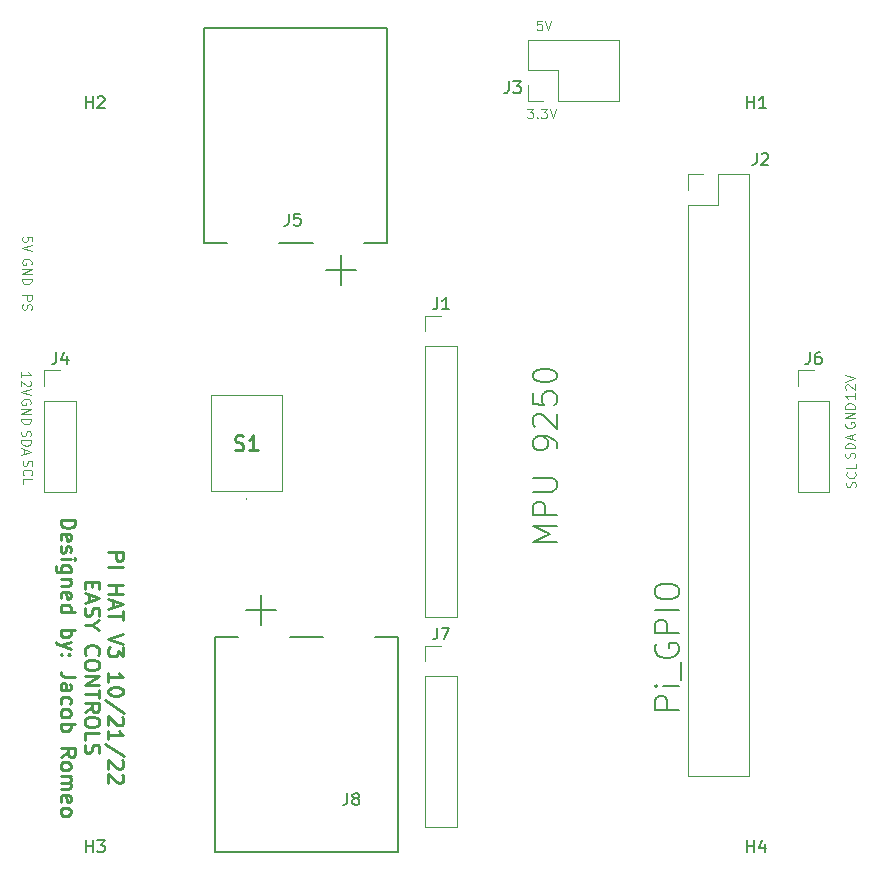
<source format=gbr>
%TF.GenerationSoftware,KiCad,Pcbnew,7.0.2-0*%
%TF.CreationDate,2024-02-06T22:41:15-05:00*%
%TF.ProjectId,Pi_HAT_V4,50695f48-4154-45f5-9634-2e6b69636164,rev?*%
%TF.SameCoordinates,Original*%
%TF.FileFunction,Legend,Top*%
%TF.FilePolarity,Positive*%
%FSLAX46Y46*%
G04 Gerber Fmt 4.6, Leading zero omitted, Abs format (unit mm)*
G04 Created by KiCad (PCBNEW 7.0.2-0) date 2024-02-06 22:41:15*
%MOMM*%
%LPD*%
G01*
G04 APERTURE LIST*
%ADD10C,0.150000*%
%ADD11C,0.100000*%
%ADD12C,0.250000*%
%ADD13C,0.254000*%
%ADD14C,0.120000*%
%ADD15C,0.127000*%
G04 APERTURE END LIST*
D10*
X138590238Y-109206314D02*
X136590238Y-109206314D01*
X136590238Y-109206314D02*
X138018809Y-108539647D01*
X138018809Y-108539647D02*
X136590238Y-107872981D01*
X136590238Y-107872981D02*
X138590238Y-107872981D01*
X138590238Y-106920600D02*
X136590238Y-106920600D01*
X136590238Y-106920600D02*
X136590238Y-106158695D01*
X136590238Y-106158695D02*
X136685476Y-105968219D01*
X136685476Y-105968219D02*
X136780714Y-105872981D01*
X136780714Y-105872981D02*
X136971190Y-105777743D01*
X136971190Y-105777743D02*
X137256904Y-105777743D01*
X137256904Y-105777743D02*
X137447380Y-105872981D01*
X137447380Y-105872981D02*
X137542619Y-105968219D01*
X137542619Y-105968219D02*
X137637857Y-106158695D01*
X137637857Y-106158695D02*
X137637857Y-106920600D01*
X136590238Y-104920600D02*
X138209285Y-104920600D01*
X138209285Y-104920600D02*
X138399761Y-104825362D01*
X138399761Y-104825362D02*
X138495000Y-104730124D01*
X138495000Y-104730124D02*
X138590238Y-104539648D01*
X138590238Y-104539648D02*
X138590238Y-104158695D01*
X138590238Y-104158695D02*
X138495000Y-103968219D01*
X138495000Y-103968219D02*
X138399761Y-103872981D01*
X138399761Y-103872981D02*
X138209285Y-103777743D01*
X138209285Y-103777743D02*
X136590238Y-103777743D01*
X138590238Y-101206314D02*
X138590238Y-100825362D01*
X138590238Y-100825362D02*
X138495000Y-100634885D01*
X138495000Y-100634885D02*
X138399761Y-100539647D01*
X138399761Y-100539647D02*
X138114047Y-100349171D01*
X138114047Y-100349171D02*
X137733095Y-100253933D01*
X137733095Y-100253933D02*
X136971190Y-100253933D01*
X136971190Y-100253933D02*
X136780714Y-100349171D01*
X136780714Y-100349171D02*
X136685476Y-100444409D01*
X136685476Y-100444409D02*
X136590238Y-100634885D01*
X136590238Y-100634885D02*
X136590238Y-101015838D01*
X136590238Y-101015838D02*
X136685476Y-101206314D01*
X136685476Y-101206314D02*
X136780714Y-101301552D01*
X136780714Y-101301552D02*
X136971190Y-101396790D01*
X136971190Y-101396790D02*
X137447380Y-101396790D01*
X137447380Y-101396790D02*
X137637857Y-101301552D01*
X137637857Y-101301552D02*
X137733095Y-101206314D01*
X137733095Y-101206314D02*
X137828333Y-101015838D01*
X137828333Y-101015838D02*
X137828333Y-100634885D01*
X137828333Y-100634885D02*
X137733095Y-100444409D01*
X137733095Y-100444409D02*
X137637857Y-100349171D01*
X137637857Y-100349171D02*
X137447380Y-100253933D01*
X136780714Y-99492028D02*
X136685476Y-99396790D01*
X136685476Y-99396790D02*
X136590238Y-99206314D01*
X136590238Y-99206314D02*
X136590238Y-98730123D01*
X136590238Y-98730123D02*
X136685476Y-98539647D01*
X136685476Y-98539647D02*
X136780714Y-98444409D01*
X136780714Y-98444409D02*
X136971190Y-98349171D01*
X136971190Y-98349171D02*
X137161666Y-98349171D01*
X137161666Y-98349171D02*
X137447380Y-98444409D01*
X137447380Y-98444409D02*
X138590238Y-99587266D01*
X138590238Y-99587266D02*
X138590238Y-98349171D01*
X136590238Y-96539647D02*
X136590238Y-97492028D01*
X136590238Y-97492028D02*
X137542619Y-97587266D01*
X137542619Y-97587266D02*
X137447380Y-97492028D01*
X137447380Y-97492028D02*
X137352142Y-97301552D01*
X137352142Y-97301552D02*
X137352142Y-96825361D01*
X137352142Y-96825361D02*
X137447380Y-96634885D01*
X137447380Y-96634885D02*
X137542619Y-96539647D01*
X137542619Y-96539647D02*
X137733095Y-96444409D01*
X137733095Y-96444409D02*
X138209285Y-96444409D01*
X138209285Y-96444409D02*
X138399761Y-96539647D01*
X138399761Y-96539647D02*
X138495000Y-96634885D01*
X138495000Y-96634885D02*
X138590238Y-96825361D01*
X138590238Y-96825361D02*
X138590238Y-97301552D01*
X138590238Y-97301552D02*
X138495000Y-97492028D01*
X138495000Y-97492028D02*
X138399761Y-97587266D01*
X136590238Y-95206314D02*
X136590238Y-95015837D01*
X136590238Y-95015837D02*
X136685476Y-94825361D01*
X136685476Y-94825361D02*
X136780714Y-94730123D01*
X136780714Y-94730123D02*
X136971190Y-94634885D01*
X136971190Y-94634885D02*
X137352142Y-94539647D01*
X137352142Y-94539647D02*
X137828333Y-94539647D01*
X137828333Y-94539647D02*
X138209285Y-94634885D01*
X138209285Y-94634885D02*
X138399761Y-94730123D01*
X138399761Y-94730123D02*
X138495000Y-94825361D01*
X138495000Y-94825361D02*
X138590238Y-95015837D01*
X138590238Y-95015837D02*
X138590238Y-95206314D01*
X138590238Y-95206314D02*
X138495000Y-95396790D01*
X138495000Y-95396790D02*
X138399761Y-95492028D01*
X138399761Y-95492028D02*
X138209285Y-95587266D01*
X138209285Y-95587266D02*
X137828333Y-95682504D01*
X137828333Y-95682504D02*
X137352142Y-95682504D01*
X137352142Y-95682504D02*
X136971190Y-95587266D01*
X136971190Y-95587266D02*
X136780714Y-95492028D01*
X136780714Y-95492028D02*
X136685476Y-95396790D01*
X136685476Y-95396790D02*
X136590238Y-95206314D01*
D11*
X136119047Y-72520095D02*
X136614285Y-72520095D01*
X136614285Y-72520095D02*
X136347619Y-72824857D01*
X136347619Y-72824857D02*
X136461904Y-72824857D01*
X136461904Y-72824857D02*
X136538095Y-72862952D01*
X136538095Y-72862952D02*
X136576190Y-72901047D01*
X136576190Y-72901047D02*
X136614285Y-72977238D01*
X136614285Y-72977238D02*
X136614285Y-73167714D01*
X136614285Y-73167714D02*
X136576190Y-73243904D01*
X136576190Y-73243904D02*
X136538095Y-73282000D01*
X136538095Y-73282000D02*
X136461904Y-73320095D01*
X136461904Y-73320095D02*
X136233333Y-73320095D01*
X136233333Y-73320095D02*
X136157142Y-73282000D01*
X136157142Y-73282000D02*
X136119047Y-73243904D01*
X136957143Y-73243904D02*
X136995238Y-73282000D01*
X136995238Y-73282000D02*
X136957143Y-73320095D01*
X136957143Y-73320095D02*
X136919047Y-73282000D01*
X136919047Y-73282000D02*
X136957143Y-73243904D01*
X136957143Y-73243904D02*
X136957143Y-73320095D01*
X137261904Y-72520095D02*
X137757142Y-72520095D01*
X137757142Y-72520095D02*
X137490476Y-72824857D01*
X137490476Y-72824857D02*
X137604761Y-72824857D01*
X137604761Y-72824857D02*
X137680952Y-72862952D01*
X137680952Y-72862952D02*
X137719047Y-72901047D01*
X137719047Y-72901047D02*
X137757142Y-72977238D01*
X137757142Y-72977238D02*
X137757142Y-73167714D01*
X137757142Y-73167714D02*
X137719047Y-73243904D01*
X137719047Y-73243904D02*
X137680952Y-73282000D01*
X137680952Y-73282000D02*
X137604761Y-73320095D01*
X137604761Y-73320095D02*
X137376190Y-73320095D01*
X137376190Y-73320095D02*
X137299999Y-73282000D01*
X137299999Y-73282000D02*
X137261904Y-73243904D01*
X137985714Y-72520095D02*
X138252381Y-73320095D01*
X138252381Y-73320095D02*
X138519047Y-72520095D01*
X137347619Y-65070095D02*
X136966667Y-65070095D01*
X136966667Y-65070095D02*
X136928571Y-65451047D01*
X136928571Y-65451047D02*
X136966667Y-65412952D01*
X136966667Y-65412952D02*
X137042857Y-65374857D01*
X137042857Y-65374857D02*
X137233333Y-65374857D01*
X137233333Y-65374857D02*
X137309524Y-65412952D01*
X137309524Y-65412952D02*
X137347619Y-65451047D01*
X137347619Y-65451047D02*
X137385714Y-65527238D01*
X137385714Y-65527238D02*
X137385714Y-65717714D01*
X137385714Y-65717714D02*
X137347619Y-65793904D01*
X137347619Y-65793904D02*
X137309524Y-65832000D01*
X137309524Y-65832000D02*
X137233333Y-65870095D01*
X137233333Y-65870095D02*
X137042857Y-65870095D01*
X137042857Y-65870095D02*
X136966667Y-65832000D01*
X136966667Y-65832000D02*
X136928571Y-65793904D01*
X137614286Y-65070095D02*
X137880953Y-65870095D01*
X137880953Y-65870095D02*
X138147619Y-65070095D01*
X163882000Y-104552381D02*
X163920095Y-104438095D01*
X163920095Y-104438095D02*
X163920095Y-104247619D01*
X163920095Y-104247619D02*
X163882000Y-104171428D01*
X163882000Y-104171428D02*
X163843904Y-104133333D01*
X163843904Y-104133333D02*
X163767714Y-104095238D01*
X163767714Y-104095238D02*
X163691523Y-104095238D01*
X163691523Y-104095238D02*
X163615333Y-104133333D01*
X163615333Y-104133333D02*
X163577238Y-104171428D01*
X163577238Y-104171428D02*
X163539142Y-104247619D01*
X163539142Y-104247619D02*
X163501047Y-104400000D01*
X163501047Y-104400000D02*
X163462952Y-104476190D01*
X163462952Y-104476190D02*
X163424857Y-104514285D01*
X163424857Y-104514285D02*
X163348666Y-104552381D01*
X163348666Y-104552381D02*
X163272476Y-104552381D01*
X163272476Y-104552381D02*
X163196285Y-104514285D01*
X163196285Y-104514285D02*
X163158190Y-104476190D01*
X163158190Y-104476190D02*
X163120095Y-104400000D01*
X163120095Y-104400000D02*
X163120095Y-104209523D01*
X163120095Y-104209523D02*
X163158190Y-104095238D01*
X163843904Y-103295237D02*
X163882000Y-103333333D01*
X163882000Y-103333333D02*
X163920095Y-103447618D01*
X163920095Y-103447618D02*
X163920095Y-103523809D01*
X163920095Y-103523809D02*
X163882000Y-103638095D01*
X163882000Y-103638095D02*
X163805809Y-103714285D01*
X163805809Y-103714285D02*
X163729619Y-103752380D01*
X163729619Y-103752380D02*
X163577238Y-103790476D01*
X163577238Y-103790476D02*
X163462952Y-103790476D01*
X163462952Y-103790476D02*
X163310571Y-103752380D01*
X163310571Y-103752380D02*
X163234380Y-103714285D01*
X163234380Y-103714285D02*
X163158190Y-103638095D01*
X163158190Y-103638095D02*
X163120095Y-103523809D01*
X163120095Y-103523809D02*
X163120095Y-103447618D01*
X163120095Y-103447618D02*
X163158190Y-103333333D01*
X163158190Y-103333333D02*
X163196285Y-103295237D01*
X163920095Y-102571428D02*
X163920095Y-102952380D01*
X163920095Y-102952380D02*
X163120095Y-102952380D01*
X94041809Y-97540476D02*
X94079904Y-97464286D01*
X94079904Y-97464286D02*
X94079904Y-97350000D01*
X94079904Y-97350000D02*
X94041809Y-97235714D01*
X94041809Y-97235714D02*
X93965619Y-97159524D01*
X93965619Y-97159524D02*
X93889428Y-97121429D01*
X93889428Y-97121429D02*
X93737047Y-97083333D01*
X93737047Y-97083333D02*
X93622761Y-97083333D01*
X93622761Y-97083333D02*
X93470380Y-97121429D01*
X93470380Y-97121429D02*
X93394190Y-97159524D01*
X93394190Y-97159524D02*
X93318000Y-97235714D01*
X93318000Y-97235714D02*
X93279904Y-97350000D01*
X93279904Y-97350000D02*
X93279904Y-97426191D01*
X93279904Y-97426191D02*
X93318000Y-97540476D01*
X93318000Y-97540476D02*
X93356095Y-97578572D01*
X93356095Y-97578572D02*
X93622761Y-97578572D01*
X93622761Y-97578572D02*
X93622761Y-97426191D01*
X93279904Y-97921429D02*
X94079904Y-97921429D01*
X94079904Y-97921429D02*
X93279904Y-98378572D01*
X93279904Y-98378572D02*
X94079904Y-98378572D01*
X93279904Y-98759524D02*
X94079904Y-98759524D01*
X94079904Y-98759524D02*
X94079904Y-98950000D01*
X94079904Y-98950000D02*
X94041809Y-99064286D01*
X94041809Y-99064286D02*
X93965619Y-99140476D01*
X93965619Y-99140476D02*
X93889428Y-99178571D01*
X93889428Y-99178571D02*
X93737047Y-99216667D01*
X93737047Y-99216667D02*
X93622761Y-99216667D01*
X93622761Y-99216667D02*
X93470380Y-99178571D01*
X93470380Y-99178571D02*
X93394190Y-99140476D01*
X93394190Y-99140476D02*
X93318000Y-99064286D01*
X93318000Y-99064286D02*
X93279904Y-98950000D01*
X93279904Y-98950000D02*
X93279904Y-98759524D01*
X163782000Y-102071428D02*
X163820095Y-101957142D01*
X163820095Y-101957142D02*
X163820095Y-101766666D01*
X163820095Y-101766666D02*
X163782000Y-101690475D01*
X163782000Y-101690475D02*
X163743904Y-101652380D01*
X163743904Y-101652380D02*
X163667714Y-101614285D01*
X163667714Y-101614285D02*
X163591523Y-101614285D01*
X163591523Y-101614285D02*
X163515333Y-101652380D01*
X163515333Y-101652380D02*
X163477238Y-101690475D01*
X163477238Y-101690475D02*
X163439142Y-101766666D01*
X163439142Y-101766666D02*
X163401047Y-101919047D01*
X163401047Y-101919047D02*
X163362952Y-101995237D01*
X163362952Y-101995237D02*
X163324857Y-102033332D01*
X163324857Y-102033332D02*
X163248666Y-102071428D01*
X163248666Y-102071428D02*
X163172476Y-102071428D01*
X163172476Y-102071428D02*
X163096285Y-102033332D01*
X163096285Y-102033332D02*
X163058190Y-101995237D01*
X163058190Y-101995237D02*
X163020095Y-101919047D01*
X163020095Y-101919047D02*
X163020095Y-101728570D01*
X163020095Y-101728570D02*
X163058190Y-101614285D01*
X163820095Y-101271427D02*
X163020095Y-101271427D01*
X163020095Y-101271427D02*
X163020095Y-101080951D01*
X163020095Y-101080951D02*
X163058190Y-100966665D01*
X163058190Y-100966665D02*
X163134380Y-100890475D01*
X163134380Y-100890475D02*
X163210571Y-100852380D01*
X163210571Y-100852380D02*
X163362952Y-100814284D01*
X163362952Y-100814284D02*
X163477238Y-100814284D01*
X163477238Y-100814284D02*
X163629619Y-100852380D01*
X163629619Y-100852380D02*
X163705809Y-100890475D01*
X163705809Y-100890475D02*
X163782000Y-100966665D01*
X163782000Y-100966665D02*
X163820095Y-101080951D01*
X163820095Y-101080951D02*
X163820095Y-101271427D01*
X163591523Y-100509523D02*
X163591523Y-100128570D01*
X163820095Y-100585713D02*
X163020095Y-100319046D01*
X163020095Y-100319046D02*
X163820095Y-100052380D01*
X93329904Y-88309524D02*
X94129904Y-88309524D01*
X94129904Y-88309524D02*
X94129904Y-88614286D01*
X94129904Y-88614286D02*
X94091809Y-88690476D01*
X94091809Y-88690476D02*
X94053714Y-88728571D01*
X94053714Y-88728571D02*
X93977523Y-88766667D01*
X93977523Y-88766667D02*
X93863238Y-88766667D01*
X93863238Y-88766667D02*
X93787047Y-88728571D01*
X93787047Y-88728571D02*
X93748952Y-88690476D01*
X93748952Y-88690476D02*
X93710857Y-88614286D01*
X93710857Y-88614286D02*
X93710857Y-88309524D01*
X93368000Y-89071428D02*
X93329904Y-89185714D01*
X93329904Y-89185714D02*
X93329904Y-89376190D01*
X93329904Y-89376190D02*
X93368000Y-89452381D01*
X93368000Y-89452381D02*
X93406095Y-89490476D01*
X93406095Y-89490476D02*
X93482285Y-89528571D01*
X93482285Y-89528571D02*
X93558476Y-89528571D01*
X93558476Y-89528571D02*
X93634666Y-89490476D01*
X93634666Y-89490476D02*
X93672761Y-89452381D01*
X93672761Y-89452381D02*
X93710857Y-89376190D01*
X93710857Y-89376190D02*
X93748952Y-89223809D01*
X93748952Y-89223809D02*
X93787047Y-89147619D01*
X93787047Y-89147619D02*
X93825142Y-89109524D01*
X93825142Y-89109524D02*
X93901333Y-89071428D01*
X93901333Y-89071428D02*
X93977523Y-89071428D01*
X93977523Y-89071428D02*
X94053714Y-89109524D01*
X94053714Y-89109524D02*
X94091809Y-89147619D01*
X94091809Y-89147619D02*
X94129904Y-89223809D01*
X94129904Y-89223809D02*
X94129904Y-89414286D01*
X94129904Y-89414286D02*
X94091809Y-89528571D01*
X94091809Y-85690476D02*
X94129904Y-85614286D01*
X94129904Y-85614286D02*
X94129904Y-85500000D01*
X94129904Y-85500000D02*
X94091809Y-85385714D01*
X94091809Y-85385714D02*
X94015619Y-85309524D01*
X94015619Y-85309524D02*
X93939428Y-85271429D01*
X93939428Y-85271429D02*
X93787047Y-85233333D01*
X93787047Y-85233333D02*
X93672761Y-85233333D01*
X93672761Y-85233333D02*
X93520380Y-85271429D01*
X93520380Y-85271429D02*
X93444190Y-85309524D01*
X93444190Y-85309524D02*
X93368000Y-85385714D01*
X93368000Y-85385714D02*
X93329904Y-85500000D01*
X93329904Y-85500000D02*
X93329904Y-85576191D01*
X93329904Y-85576191D02*
X93368000Y-85690476D01*
X93368000Y-85690476D02*
X93406095Y-85728572D01*
X93406095Y-85728572D02*
X93672761Y-85728572D01*
X93672761Y-85728572D02*
X93672761Y-85576191D01*
X93329904Y-86071429D02*
X94129904Y-86071429D01*
X94129904Y-86071429D02*
X93329904Y-86528572D01*
X93329904Y-86528572D02*
X94129904Y-86528572D01*
X93329904Y-86909524D02*
X94129904Y-86909524D01*
X94129904Y-86909524D02*
X94129904Y-87100000D01*
X94129904Y-87100000D02*
X94091809Y-87214286D01*
X94091809Y-87214286D02*
X94015619Y-87290476D01*
X94015619Y-87290476D02*
X93939428Y-87328571D01*
X93939428Y-87328571D02*
X93787047Y-87366667D01*
X93787047Y-87366667D02*
X93672761Y-87366667D01*
X93672761Y-87366667D02*
X93520380Y-87328571D01*
X93520380Y-87328571D02*
X93444190Y-87290476D01*
X93444190Y-87290476D02*
X93368000Y-87214286D01*
X93368000Y-87214286D02*
X93329904Y-87100000D01*
X93329904Y-87100000D02*
X93329904Y-86909524D01*
X93279904Y-95254761D02*
X93279904Y-94797618D01*
X93279904Y-95026190D02*
X94079904Y-95026190D01*
X94079904Y-95026190D02*
X93965619Y-94949999D01*
X93965619Y-94949999D02*
X93889428Y-94873809D01*
X93889428Y-94873809D02*
X93851333Y-94797618D01*
X94003714Y-95559523D02*
X94041809Y-95597619D01*
X94041809Y-95597619D02*
X94079904Y-95673809D01*
X94079904Y-95673809D02*
X94079904Y-95864285D01*
X94079904Y-95864285D02*
X94041809Y-95940476D01*
X94041809Y-95940476D02*
X94003714Y-95978571D01*
X94003714Y-95978571D02*
X93927523Y-96016666D01*
X93927523Y-96016666D02*
X93851333Y-96016666D01*
X93851333Y-96016666D02*
X93737047Y-95978571D01*
X93737047Y-95978571D02*
X93279904Y-95521428D01*
X93279904Y-95521428D02*
X93279904Y-96016666D01*
X94079904Y-96245238D02*
X93279904Y-96511905D01*
X93279904Y-96511905D02*
X94079904Y-96778571D01*
X93318000Y-99778571D02*
X93279904Y-99892857D01*
X93279904Y-99892857D02*
X93279904Y-100083333D01*
X93279904Y-100083333D02*
X93318000Y-100159524D01*
X93318000Y-100159524D02*
X93356095Y-100197619D01*
X93356095Y-100197619D02*
X93432285Y-100235714D01*
X93432285Y-100235714D02*
X93508476Y-100235714D01*
X93508476Y-100235714D02*
X93584666Y-100197619D01*
X93584666Y-100197619D02*
X93622761Y-100159524D01*
X93622761Y-100159524D02*
X93660857Y-100083333D01*
X93660857Y-100083333D02*
X93698952Y-99930952D01*
X93698952Y-99930952D02*
X93737047Y-99854762D01*
X93737047Y-99854762D02*
X93775142Y-99816667D01*
X93775142Y-99816667D02*
X93851333Y-99778571D01*
X93851333Y-99778571D02*
X93927523Y-99778571D01*
X93927523Y-99778571D02*
X94003714Y-99816667D01*
X94003714Y-99816667D02*
X94041809Y-99854762D01*
X94041809Y-99854762D02*
X94079904Y-99930952D01*
X94079904Y-99930952D02*
X94079904Y-100121429D01*
X94079904Y-100121429D02*
X94041809Y-100235714D01*
X93279904Y-100578572D02*
X94079904Y-100578572D01*
X94079904Y-100578572D02*
X94079904Y-100769048D01*
X94079904Y-100769048D02*
X94041809Y-100883334D01*
X94041809Y-100883334D02*
X93965619Y-100959524D01*
X93965619Y-100959524D02*
X93889428Y-100997619D01*
X93889428Y-100997619D02*
X93737047Y-101035715D01*
X93737047Y-101035715D02*
X93622761Y-101035715D01*
X93622761Y-101035715D02*
X93470380Y-100997619D01*
X93470380Y-100997619D02*
X93394190Y-100959524D01*
X93394190Y-100959524D02*
X93318000Y-100883334D01*
X93318000Y-100883334D02*
X93279904Y-100769048D01*
X93279904Y-100769048D02*
X93279904Y-100578572D01*
X93508476Y-101340476D02*
X93508476Y-101721429D01*
X93279904Y-101264286D02*
X94079904Y-101530953D01*
X94079904Y-101530953D02*
X93279904Y-101797619D01*
X94129904Y-83747619D02*
X94129904Y-83366667D01*
X94129904Y-83366667D02*
X93748952Y-83328571D01*
X93748952Y-83328571D02*
X93787047Y-83366667D01*
X93787047Y-83366667D02*
X93825142Y-83442857D01*
X93825142Y-83442857D02*
X93825142Y-83633333D01*
X93825142Y-83633333D02*
X93787047Y-83709524D01*
X93787047Y-83709524D02*
X93748952Y-83747619D01*
X93748952Y-83747619D02*
X93672761Y-83785714D01*
X93672761Y-83785714D02*
X93482285Y-83785714D01*
X93482285Y-83785714D02*
X93406095Y-83747619D01*
X93406095Y-83747619D02*
X93368000Y-83709524D01*
X93368000Y-83709524D02*
X93329904Y-83633333D01*
X93329904Y-83633333D02*
X93329904Y-83442857D01*
X93329904Y-83442857D02*
X93368000Y-83366667D01*
X93368000Y-83366667D02*
X93406095Y-83328571D01*
X94129904Y-84014286D02*
X93329904Y-84280953D01*
X93329904Y-84280953D02*
X94129904Y-84547619D01*
X93418000Y-102297618D02*
X93379904Y-102411904D01*
X93379904Y-102411904D02*
X93379904Y-102602380D01*
X93379904Y-102602380D02*
X93418000Y-102678571D01*
X93418000Y-102678571D02*
X93456095Y-102716666D01*
X93456095Y-102716666D02*
X93532285Y-102754761D01*
X93532285Y-102754761D02*
X93608476Y-102754761D01*
X93608476Y-102754761D02*
X93684666Y-102716666D01*
X93684666Y-102716666D02*
X93722761Y-102678571D01*
X93722761Y-102678571D02*
X93760857Y-102602380D01*
X93760857Y-102602380D02*
X93798952Y-102449999D01*
X93798952Y-102449999D02*
X93837047Y-102373809D01*
X93837047Y-102373809D02*
X93875142Y-102335714D01*
X93875142Y-102335714D02*
X93951333Y-102297618D01*
X93951333Y-102297618D02*
X94027523Y-102297618D01*
X94027523Y-102297618D02*
X94103714Y-102335714D01*
X94103714Y-102335714D02*
X94141809Y-102373809D01*
X94141809Y-102373809D02*
X94179904Y-102449999D01*
X94179904Y-102449999D02*
X94179904Y-102640476D01*
X94179904Y-102640476D02*
X94141809Y-102754761D01*
X93456095Y-103554762D02*
X93418000Y-103516666D01*
X93418000Y-103516666D02*
X93379904Y-103402381D01*
X93379904Y-103402381D02*
X93379904Y-103326190D01*
X93379904Y-103326190D02*
X93418000Y-103211904D01*
X93418000Y-103211904D02*
X93494190Y-103135714D01*
X93494190Y-103135714D02*
X93570380Y-103097619D01*
X93570380Y-103097619D02*
X93722761Y-103059523D01*
X93722761Y-103059523D02*
X93837047Y-103059523D01*
X93837047Y-103059523D02*
X93989428Y-103097619D01*
X93989428Y-103097619D02*
X94065619Y-103135714D01*
X94065619Y-103135714D02*
X94141809Y-103211904D01*
X94141809Y-103211904D02*
X94179904Y-103326190D01*
X94179904Y-103326190D02*
X94179904Y-103402381D01*
X94179904Y-103402381D02*
X94141809Y-103516666D01*
X94141809Y-103516666D02*
X94103714Y-103554762D01*
X93379904Y-104278571D02*
X93379904Y-103897619D01*
X93379904Y-103897619D02*
X94179904Y-103897619D01*
X163058190Y-99109523D02*
X163020095Y-99185713D01*
X163020095Y-99185713D02*
X163020095Y-99299999D01*
X163020095Y-99299999D02*
X163058190Y-99414285D01*
X163058190Y-99414285D02*
X163134380Y-99490475D01*
X163134380Y-99490475D02*
X163210571Y-99528570D01*
X163210571Y-99528570D02*
X163362952Y-99566666D01*
X163362952Y-99566666D02*
X163477238Y-99566666D01*
X163477238Y-99566666D02*
X163629619Y-99528570D01*
X163629619Y-99528570D02*
X163705809Y-99490475D01*
X163705809Y-99490475D02*
X163782000Y-99414285D01*
X163782000Y-99414285D02*
X163820095Y-99299999D01*
X163820095Y-99299999D02*
X163820095Y-99223808D01*
X163820095Y-99223808D02*
X163782000Y-99109523D01*
X163782000Y-99109523D02*
X163743904Y-99071427D01*
X163743904Y-99071427D02*
X163477238Y-99071427D01*
X163477238Y-99071427D02*
X163477238Y-99223808D01*
X163820095Y-98728570D02*
X163020095Y-98728570D01*
X163020095Y-98728570D02*
X163820095Y-98271427D01*
X163820095Y-98271427D02*
X163020095Y-98271427D01*
X163820095Y-97890475D02*
X163020095Y-97890475D01*
X163020095Y-97890475D02*
X163020095Y-97699999D01*
X163020095Y-97699999D02*
X163058190Y-97585713D01*
X163058190Y-97585713D02*
X163134380Y-97509523D01*
X163134380Y-97509523D02*
X163210571Y-97471428D01*
X163210571Y-97471428D02*
X163362952Y-97433332D01*
X163362952Y-97433332D02*
X163477238Y-97433332D01*
X163477238Y-97433332D02*
X163629619Y-97471428D01*
X163629619Y-97471428D02*
X163705809Y-97509523D01*
X163705809Y-97509523D02*
X163782000Y-97585713D01*
X163782000Y-97585713D02*
X163820095Y-97699999D01*
X163820095Y-97699999D02*
X163820095Y-97890475D01*
X163820095Y-96595238D02*
X163820095Y-97052381D01*
X163820095Y-96823809D02*
X163020095Y-96823809D01*
X163020095Y-96823809D02*
X163134380Y-96900000D01*
X163134380Y-96900000D02*
X163210571Y-96976190D01*
X163210571Y-96976190D02*
X163248666Y-97052381D01*
X163096285Y-96290476D02*
X163058190Y-96252380D01*
X163058190Y-96252380D02*
X163020095Y-96176190D01*
X163020095Y-96176190D02*
X163020095Y-95985714D01*
X163020095Y-95985714D02*
X163058190Y-95909523D01*
X163058190Y-95909523D02*
X163096285Y-95871428D01*
X163096285Y-95871428D02*
X163172476Y-95833333D01*
X163172476Y-95833333D02*
X163248666Y-95833333D01*
X163248666Y-95833333D02*
X163362952Y-95871428D01*
X163362952Y-95871428D02*
X163820095Y-96328571D01*
X163820095Y-96328571D02*
X163820095Y-95833333D01*
X163020095Y-95604761D02*
X163820095Y-95338094D01*
X163820095Y-95338094D02*
X163020095Y-95071428D01*
D12*
X100646726Y-110067857D02*
X101896726Y-110067857D01*
X101896726Y-110067857D02*
X101896726Y-110544047D01*
X101896726Y-110544047D02*
X101837202Y-110663095D01*
X101837202Y-110663095D02*
X101777678Y-110722618D01*
X101777678Y-110722618D02*
X101658630Y-110782142D01*
X101658630Y-110782142D02*
X101480059Y-110782142D01*
X101480059Y-110782142D02*
X101361011Y-110722618D01*
X101361011Y-110722618D02*
X101301488Y-110663095D01*
X101301488Y-110663095D02*
X101241964Y-110544047D01*
X101241964Y-110544047D02*
X101241964Y-110067857D01*
X100646726Y-111317857D02*
X101896726Y-111317857D01*
X100646726Y-112865476D02*
X101896726Y-112865476D01*
X101301488Y-112865476D02*
X101301488Y-113579761D01*
X100646726Y-113579761D02*
X101896726Y-113579761D01*
X101003869Y-114115476D02*
X101003869Y-114710714D01*
X100646726Y-113996428D02*
X101896726Y-114413095D01*
X101896726Y-114413095D02*
X100646726Y-114829761D01*
X101896726Y-115067857D02*
X101896726Y-115782143D01*
X100646726Y-115425000D02*
X101896726Y-115425000D01*
X101896726Y-116972619D02*
X100646726Y-117389286D01*
X100646726Y-117389286D02*
X101896726Y-117805952D01*
X101896726Y-118103572D02*
X101896726Y-118877381D01*
X101896726Y-118877381D02*
X101420535Y-118460715D01*
X101420535Y-118460715D02*
X101420535Y-118639286D01*
X101420535Y-118639286D02*
X101361011Y-118758334D01*
X101361011Y-118758334D02*
X101301488Y-118817858D01*
X101301488Y-118817858D02*
X101182440Y-118877381D01*
X101182440Y-118877381D02*
X100884821Y-118877381D01*
X100884821Y-118877381D02*
X100765773Y-118817858D01*
X100765773Y-118817858D02*
X100706250Y-118758334D01*
X100706250Y-118758334D02*
X100646726Y-118639286D01*
X100646726Y-118639286D02*
X100646726Y-118282143D01*
X100646726Y-118282143D02*
X100706250Y-118163096D01*
X100706250Y-118163096D02*
X100765773Y-118103572D01*
X100646726Y-121020238D02*
X100646726Y-120305953D01*
X100646726Y-120663096D02*
X101896726Y-120663096D01*
X101896726Y-120663096D02*
X101718154Y-120544048D01*
X101718154Y-120544048D02*
X101599107Y-120425000D01*
X101599107Y-120425000D02*
X101539583Y-120305953D01*
X101896726Y-121794048D02*
X101896726Y-121913095D01*
X101896726Y-121913095D02*
X101837202Y-122032143D01*
X101837202Y-122032143D02*
X101777678Y-122091667D01*
X101777678Y-122091667D02*
X101658630Y-122151191D01*
X101658630Y-122151191D02*
X101420535Y-122210714D01*
X101420535Y-122210714D02*
X101122916Y-122210714D01*
X101122916Y-122210714D02*
X100884821Y-122151191D01*
X100884821Y-122151191D02*
X100765773Y-122091667D01*
X100765773Y-122091667D02*
X100706250Y-122032143D01*
X100706250Y-122032143D02*
X100646726Y-121913095D01*
X100646726Y-121913095D02*
X100646726Y-121794048D01*
X100646726Y-121794048D02*
X100706250Y-121675000D01*
X100706250Y-121675000D02*
X100765773Y-121615476D01*
X100765773Y-121615476D02*
X100884821Y-121555953D01*
X100884821Y-121555953D02*
X101122916Y-121496429D01*
X101122916Y-121496429D02*
X101420535Y-121496429D01*
X101420535Y-121496429D02*
X101658630Y-121555953D01*
X101658630Y-121555953D02*
X101777678Y-121615476D01*
X101777678Y-121615476D02*
X101837202Y-121675000D01*
X101837202Y-121675000D02*
X101896726Y-121794048D01*
X101956250Y-123639286D02*
X100349107Y-122567857D01*
X101777678Y-123996429D02*
X101837202Y-124055953D01*
X101837202Y-124055953D02*
X101896726Y-124175000D01*
X101896726Y-124175000D02*
X101896726Y-124472619D01*
X101896726Y-124472619D02*
X101837202Y-124591667D01*
X101837202Y-124591667D02*
X101777678Y-124651191D01*
X101777678Y-124651191D02*
X101658630Y-124710714D01*
X101658630Y-124710714D02*
X101539583Y-124710714D01*
X101539583Y-124710714D02*
X101361011Y-124651191D01*
X101361011Y-124651191D02*
X100646726Y-123936905D01*
X100646726Y-123936905D02*
X100646726Y-124710714D01*
X100646726Y-125901190D02*
X100646726Y-125186905D01*
X100646726Y-125544048D02*
X101896726Y-125544048D01*
X101896726Y-125544048D02*
X101718154Y-125425000D01*
X101718154Y-125425000D02*
X101599107Y-125305952D01*
X101599107Y-125305952D02*
X101539583Y-125186905D01*
X101956250Y-127329762D02*
X100349107Y-126258333D01*
X101777678Y-127686905D02*
X101837202Y-127746429D01*
X101837202Y-127746429D02*
X101896726Y-127865476D01*
X101896726Y-127865476D02*
X101896726Y-128163095D01*
X101896726Y-128163095D02*
X101837202Y-128282143D01*
X101837202Y-128282143D02*
X101777678Y-128341667D01*
X101777678Y-128341667D02*
X101658630Y-128401190D01*
X101658630Y-128401190D02*
X101539583Y-128401190D01*
X101539583Y-128401190D02*
X101361011Y-128341667D01*
X101361011Y-128341667D02*
X100646726Y-127627381D01*
X100646726Y-127627381D02*
X100646726Y-128401190D01*
X101777678Y-128877381D02*
X101837202Y-128936905D01*
X101837202Y-128936905D02*
X101896726Y-129055952D01*
X101896726Y-129055952D02*
X101896726Y-129353571D01*
X101896726Y-129353571D02*
X101837202Y-129472619D01*
X101837202Y-129472619D02*
X101777678Y-129532143D01*
X101777678Y-129532143D02*
X101658630Y-129591666D01*
X101658630Y-129591666D02*
X101539583Y-129591666D01*
X101539583Y-129591666D02*
X101361011Y-129532143D01*
X101361011Y-129532143D02*
X100646726Y-128817857D01*
X100646726Y-128817857D02*
X100646726Y-129591666D01*
X99276488Y-112597619D02*
X99276488Y-113014285D01*
X98621726Y-113192857D02*
X98621726Y-112597619D01*
X98621726Y-112597619D02*
X99871726Y-112597619D01*
X99871726Y-112597619D02*
X99871726Y-113192857D01*
X98978869Y-113669047D02*
X98978869Y-114264285D01*
X98621726Y-113549999D02*
X99871726Y-113966666D01*
X99871726Y-113966666D02*
X98621726Y-114383332D01*
X98681250Y-114740476D02*
X98621726Y-114919047D01*
X98621726Y-114919047D02*
X98621726Y-115216666D01*
X98621726Y-115216666D02*
X98681250Y-115335714D01*
X98681250Y-115335714D02*
X98740773Y-115395238D01*
X98740773Y-115395238D02*
X98859821Y-115454761D01*
X98859821Y-115454761D02*
X98978869Y-115454761D01*
X98978869Y-115454761D02*
X99097916Y-115395238D01*
X99097916Y-115395238D02*
X99157440Y-115335714D01*
X99157440Y-115335714D02*
X99216964Y-115216666D01*
X99216964Y-115216666D02*
X99276488Y-114978571D01*
X99276488Y-114978571D02*
X99336011Y-114859523D01*
X99336011Y-114859523D02*
X99395535Y-114800000D01*
X99395535Y-114800000D02*
X99514583Y-114740476D01*
X99514583Y-114740476D02*
X99633630Y-114740476D01*
X99633630Y-114740476D02*
X99752678Y-114800000D01*
X99752678Y-114800000D02*
X99812202Y-114859523D01*
X99812202Y-114859523D02*
X99871726Y-114978571D01*
X99871726Y-114978571D02*
X99871726Y-115276190D01*
X99871726Y-115276190D02*
X99812202Y-115454761D01*
X99216964Y-116228571D02*
X98621726Y-116228571D01*
X99871726Y-115811904D02*
X99216964Y-116228571D01*
X99216964Y-116228571D02*
X99871726Y-116645237D01*
X98740773Y-118728571D02*
X98681250Y-118669047D01*
X98681250Y-118669047D02*
X98621726Y-118490476D01*
X98621726Y-118490476D02*
X98621726Y-118371428D01*
X98621726Y-118371428D02*
X98681250Y-118192857D01*
X98681250Y-118192857D02*
X98800297Y-118073809D01*
X98800297Y-118073809D02*
X98919345Y-118014286D01*
X98919345Y-118014286D02*
X99157440Y-117954762D01*
X99157440Y-117954762D02*
X99336011Y-117954762D01*
X99336011Y-117954762D02*
X99574107Y-118014286D01*
X99574107Y-118014286D02*
X99693154Y-118073809D01*
X99693154Y-118073809D02*
X99812202Y-118192857D01*
X99812202Y-118192857D02*
X99871726Y-118371428D01*
X99871726Y-118371428D02*
X99871726Y-118490476D01*
X99871726Y-118490476D02*
X99812202Y-118669047D01*
X99812202Y-118669047D02*
X99752678Y-118728571D01*
X99871726Y-119502381D02*
X99871726Y-119740476D01*
X99871726Y-119740476D02*
X99812202Y-119859524D01*
X99812202Y-119859524D02*
X99693154Y-119978571D01*
X99693154Y-119978571D02*
X99455059Y-120038095D01*
X99455059Y-120038095D02*
X99038392Y-120038095D01*
X99038392Y-120038095D02*
X98800297Y-119978571D01*
X98800297Y-119978571D02*
X98681250Y-119859524D01*
X98681250Y-119859524D02*
X98621726Y-119740476D01*
X98621726Y-119740476D02*
X98621726Y-119502381D01*
X98621726Y-119502381D02*
X98681250Y-119383333D01*
X98681250Y-119383333D02*
X98800297Y-119264286D01*
X98800297Y-119264286D02*
X99038392Y-119204762D01*
X99038392Y-119204762D02*
X99455059Y-119204762D01*
X99455059Y-119204762D02*
X99693154Y-119264286D01*
X99693154Y-119264286D02*
X99812202Y-119383333D01*
X99812202Y-119383333D02*
X99871726Y-119502381D01*
X98621726Y-120573810D02*
X99871726Y-120573810D01*
X99871726Y-120573810D02*
X98621726Y-121288095D01*
X98621726Y-121288095D02*
X99871726Y-121288095D01*
X99871726Y-121704762D02*
X99871726Y-122419048D01*
X98621726Y-122061905D02*
X99871726Y-122061905D01*
X98621726Y-123550000D02*
X99216964Y-123133334D01*
X98621726Y-122835715D02*
X99871726Y-122835715D01*
X99871726Y-122835715D02*
X99871726Y-123311905D01*
X99871726Y-123311905D02*
X99812202Y-123430953D01*
X99812202Y-123430953D02*
X99752678Y-123490476D01*
X99752678Y-123490476D02*
X99633630Y-123550000D01*
X99633630Y-123550000D02*
X99455059Y-123550000D01*
X99455059Y-123550000D02*
X99336011Y-123490476D01*
X99336011Y-123490476D02*
X99276488Y-123430953D01*
X99276488Y-123430953D02*
X99216964Y-123311905D01*
X99216964Y-123311905D02*
X99216964Y-122835715D01*
X99871726Y-124323810D02*
X99871726Y-124561905D01*
X99871726Y-124561905D02*
X99812202Y-124680953D01*
X99812202Y-124680953D02*
X99693154Y-124800000D01*
X99693154Y-124800000D02*
X99455059Y-124859524D01*
X99455059Y-124859524D02*
X99038392Y-124859524D01*
X99038392Y-124859524D02*
X98800297Y-124800000D01*
X98800297Y-124800000D02*
X98681250Y-124680953D01*
X98681250Y-124680953D02*
X98621726Y-124561905D01*
X98621726Y-124561905D02*
X98621726Y-124323810D01*
X98621726Y-124323810D02*
X98681250Y-124204762D01*
X98681250Y-124204762D02*
X98800297Y-124085715D01*
X98800297Y-124085715D02*
X99038392Y-124026191D01*
X99038392Y-124026191D02*
X99455059Y-124026191D01*
X99455059Y-124026191D02*
X99693154Y-124085715D01*
X99693154Y-124085715D02*
X99812202Y-124204762D01*
X99812202Y-124204762D02*
X99871726Y-124323810D01*
X98621726Y-125990477D02*
X98621726Y-125395239D01*
X98621726Y-125395239D02*
X99871726Y-125395239D01*
X98681250Y-126347620D02*
X98621726Y-126526191D01*
X98621726Y-126526191D02*
X98621726Y-126823810D01*
X98621726Y-126823810D02*
X98681250Y-126942858D01*
X98681250Y-126942858D02*
X98740773Y-127002382D01*
X98740773Y-127002382D02*
X98859821Y-127061905D01*
X98859821Y-127061905D02*
X98978869Y-127061905D01*
X98978869Y-127061905D02*
X99097916Y-127002382D01*
X99097916Y-127002382D02*
X99157440Y-126942858D01*
X99157440Y-126942858D02*
X99216964Y-126823810D01*
X99216964Y-126823810D02*
X99276488Y-126585715D01*
X99276488Y-126585715D02*
X99336011Y-126466667D01*
X99336011Y-126466667D02*
X99395535Y-126407144D01*
X99395535Y-126407144D02*
X99514583Y-126347620D01*
X99514583Y-126347620D02*
X99633630Y-126347620D01*
X99633630Y-126347620D02*
X99752678Y-126407144D01*
X99752678Y-126407144D02*
X99812202Y-126466667D01*
X99812202Y-126466667D02*
X99871726Y-126585715D01*
X99871726Y-126585715D02*
X99871726Y-126883334D01*
X99871726Y-126883334D02*
X99812202Y-127061905D01*
X96596726Y-107300001D02*
X97846726Y-107300001D01*
X97846726Y-107300001D02*
X97846726Y-107597620D01*
X97846726Y-107597620D02*
X97787202Y-107776191D01*
X97787202Y-107776191D02*
X97668154Y-107895239D01*
X97668154Y-107895239D02*
X97549107Y-107954762D01*
X97549107Y-107954762D02*
X97311011Y-108014286D01*
X97311011Y-108014286D02*
X97132440Y-108014286D01*
X97132440Y-108014286D02*
X96894345Y-107954762D01*
X96894345Y-107954762D02*
X96775297Y-107895239D01*
X96775297Y-107895239D02*
X96656250Y-107776191D01*
X96656250Y-107776191D02*
X96596726Y-107597620D01*
X96596726Y-107597620D02*
X96596726Y-107300001D01*
X96656250Y-109026191D02*
X96596726Y-108907143D01*
X96596726Y-108907143D02*
X96596726Y-108669048D01*
X96596726Y-108669048D02*
X96656250Y-108550001D01*
X96656250Y-108550001D02*
X96775297Y-108490477D01*
X96775297Y-108490477D02*
X97251488Y-108490477D01*
X97251488Y-108490477D02*
X97370535Y-108550001D01*
X97370535Y-108550001D02*
X97430059Y-108669048D01*
X97430059Y-108669048D02*
X97430059Y-108907143D01*
X97430059Y-108907143D02*
X97370535Y-109026191D01*
X97370535Y-109026191D02*
X97251488Y-109085715D01*
X97251488Y-109085715D02*
X97132440Y-109085715D01*
X97132440Y-109085715D02*
X97013392Y-108490477D01*
X96656250Y-109561906D02*
X96596726Y-109680953D01*
X96596726Y-109680953D02*
X96596726Y-109919049D01*
X96596726Y-109919049D02*
X96656250Y-110038096D01*
X96656250Y-110038096D02*
X96775297Y-110097620D01*
X96775297Y-110097620D02*
X96834821Y-110097620D01*
X96834821Y-110097620D02*
X96953869Y-110038096D01*
X96953869Y-110038096D02*
X97013392Y-109919049D01*
X97013392Y-109919049D02*
X97013392Y-109740477D01*
X97013392Y-109740477D02*
X97072916Y-109621430D01*
X97072916Y-109621430D02*
X97191964Y-109561906D01*
X97191964Y-109561906D02*
X97251488Y-109561906D01*
X97251488Y-109561906D02*
X97370535Y-109621430D01*
X97370535Y-109621430D02*
X97430059Y-109740477D01*
X97430059Y-109740477D02*
X97430059Y-109919049D01*
X97430059Y-109919049D02*
X97370535Y-110038096D01*
X96596726Y-110633335D02*
X97430059Y-110633335D01*
X97846726Y-110633335D02*
X97787202Y-110573811D01*
X97787202Y-110573811D02*
X97727678Y-110633335D01*
X97727678Y-110633335D02*
X97787202Y-110692858D01*
X97787202Y-110692858D02*
X97846726Y-110633335D01*
X97846726Y-110633335D02*
X97727678Y-110633335D01*
X97430059Y-111764287D02*
X96418154Y-111764287D01*
X96418154Y-111764287D02*
X96299107Y-111704763D01*
X96299107Y-111704763D02*
X96239583Y-111645239D01*
X96239583Y-111645239D02*
X96180059Y-111526192D01*
X96180059Y-111526192D02*
X96180059Y-111347620D01*
X96180059Y-111347620D02*
X96239583Y-111228573D01*
X96656250Y-111764287D02*
X96596726Y-111645239D01*
X96596726Y-111645239D02*
X96596726Y-111407144D01*
X96596726Y-111407144D02*
X96656250Y-111288096D01*
X96656250Y-111288096D02*
X96715773Y-111228573D01*
X96715773Y-111228573D02*
X96834821Y-111169049D01*
X96834821Y-111169049D02*
X97191964Y-111169049D01*
X97191964Y-111169049D02*
X97311011Y-111228573D01*
X97311011Y-111228573D02*
X97370535Y-111288096D01*
X97370535Y-111288096D02*
X97430059Y-111407144D01*
X97430059Y-111407144D02*
X97430059Y-111645239D01*
X97430059Y-111645239D02*
X97370535Y-111764287D01*
X97430059Y-112359525D02*
X96596726Y-112359525D01*
X97311011Y-112359525D02*
X97370535Y-112419048D01*
X97370535Y-112419048D02*
X97430059Y-112538096D01*
X97430059Y-112538096D02*
X97430059Y-112716667D01*
X97430059Y-112716667D02*
X97370535Y-112835715D01*
X97370535Y-112835715D02*
X97251488Y-112895239D01*
X97251488Y-112895239D02*
X96596726Y-112895239D01*
X96656250Y-113966667D02*
X96596726Y-113847619D01*
X96596726Y-113847619D02*
X96596726Y-113609524D01*
X96596726Y-113609524D02*
X96656250Y-113490477D01*
X96656250Y-113490477D02*
X96775297Y-113430953D01*
X96775297Y-113430953D02*
X97251488Y-113430953D01*
X97251488Y-113430953D02*
X97370535Y-113490477D01*
X97370535Y-113490477D02*
X97430059Y-113609524D01*
X97430059Y-113609524D02*
X97430059Y-113847619D01*
X97430059Y-113847619D02*
X97370535Y-113966667D01*
X97370535Y-113966667D02*
X97251488Y-114026191D01*
X97251488Y-114026191D02*
X97132440Y-114026191D01*
X97132440Y-114026191D02*
X97013392Y-113430953D01*
X96596726Y-115097620D02*
X97846726Y-115097620D01*
X96656250Y-115097620D02*
X96596726Y-114978572D01*
X96596726Y-114978572D02*
X96596726Y-114740477D01*
X96596726Y-114740477D02*
X96656250Y-114621429D01*
X96656250Y-114621429D02*
X96715773Y-114561906D01*
X96715773Y-114561906D02*
X96834821Y-114502382D01*
X96834821Y-114502382D02*
X97191964Y-114502382D01*
X97191964Y-114502382D02*
X97311011Y-114561906D01*
X97311011Y-114561906D02*
X97370535Y-114621429D01*
X97370535Y-114621429D02*
X97430059Y-114740477D01*
X97430059Y-114740477D02*
X97430059Y-114978572D01*
X97430059Y-114978572D02*
X97370535Y-115097620D01*
X96596726Y-116645239D02*
X97846726Y-116645239D01*
X97370535Y-116645239D02*
X97430059Y-116764286D01*
X97430059Y-116764286D02*
X97430059Y-117002381D01*
X97430059Y-117002381D02*
X97370535Y-117121429D01*
X97370535Y-117121429D02*
X97311011Y-117180953D01*
X97311011Y-117180953D02*
X97191964Y-117240477D01*
X97191964Y-117240477D02*
X96834821Y-117240477D01*
X96834821Y-117240477D02*
X96715773Y-117180953D01*
X96715773Y-117180953D02*
X96656250Y-117121429D01*
X96656250Y-117121429D02*
X96596726Y-117002381D01*
X96596726Y-117002381D02*
X96596726Y-116764286D01*
X96596726Y-116764286D02*
X96656250Y-116645239D01*
X97430059Y-117657143D02*
X96596726Y-117954762D01*
X97430059Y-118252381D02*
X96596726Y-117954762D01*
X96596726Y-117954762D02*
X96299107Y-117835714D01*
X96299107Y-117835714D02*
X96239583Y-117776191D01*
X96239583Y-117776191D02*
X96180059Y-117657143D01*
X96715773Y-118728572D02*
X96656250Y-118788095D01*
X96656250Y-118788095D02*
X96596726Y-118728572D01*
X96596726Y-118728572D02*
X96656250Y-118669048D01*
X96656250Y-118669048D02*
X96715773Y-118728572D01*
X96715773Y-118728572D02*
X96596726Y-118728572D01*
X97370535Y-118728572D02*
X97311011Y-118788095D01*
X97311011Y-118788095D02*
X97251488Y-118728572D01*
X97251488Y-118728572D02*
X97311011Y-118669048D01*
X97311011Y-118669048D02*
X97370535Y-118728572D01*
X97370535Y-118728572D02*
X97251488Y-118728572D01*
X97846726Y-120633333D02*
X96953869Y-120633333D01*
X96953869Y-120633333D02*
X96775297Y-120573810D01*
X96775297Y-120573810D02*
X96656250Y-120454762D01*
X96656250Y-120454762D02*
X96596726Y-120276191D01*
X96596726Y-120276191D02*
X96596726Y-120157143D01*
X96596726Y-121764286D02*
X97251488Y-121764286D01*
X97251488Y-121764286D02*
X97370535Y-121704762D01*
X97370535Y-121704762D02*
X97430059Y-121585714D01*
X97430059Y-121585714D02*
X97430059Y-121347619D01*
X97430059Y-121347619D02*
X97370535Y-121228572D01*
X96656250Y-121764286D02*
X96596726Y-121645238D01*
X96596726Y-121645238D02*
X96596726Y-121347619D01*
X96596726Y-121347619D02*
X96656250Y-121228572D01*
X96656250Y-121228572D02*
X96775297Y-121169048D01*
X96775297Y-121169048D02*
X96894345Y-121169048D01*
X96894345Y-121169048D02*
X97013392Y-121228572D01*
X97013392Y-121228572D02*
X97072916Y-121347619D01*
X97072916Y-121347619D02*
X97072916Y-121645238D01*
X97072916Y-121645238D02*
X97132440Y-121764286D01*
X96656250Y-122895238D02*
X96596726Y-122776190D01*
X96596726Y-122776190D02*
X96596726Y-122538095D01*
X96596726Y-122538095D02*
X96656250Y-122419047D01*
X96656250Y-122419047D02*
X96715773Y-122359524D01*
X96715773Y-122359524D02*
X96834821Y-122300000D01*
X96834821Y-122300000D02*
X97191964Y-122300000D01*
X97191964Y-122300000D02*
X97311011Y-122359524D01*
X97311011Y-122359524D02*
X97370535Y-122419047D01*
X97370535Y-122419047D02*
X97430059Y-122538095D01*
X97430059Y-122538095D02*
X97430059Y-122776190D01*
X97430059Y-122776190D02*
X97370535Y-122895238D01*
X96596726Y-123609524D02*
X96656250Y-123490476D01*
X96656250Y-123490476D02*
X96715773Y-123430953D01*
X96715773Y-123430953D02*
X96834821Y-123371429D01*
X96834821Y-123371429D02*
X97191964Y-123371429D01*
X97191964Y-123371429D02*
X97311011Y-123430953D01*
X97311011Y-123430953D02*
X97370535Y-123490476D01*
X97370535Y-123490476D02*
X97430059Y-123609524D01*
X97430059Y-123609524D02*
X97430059Y-123788095D01*
X97430059Y-123788095D02*
X97370535Y-123907143D01*
X97370535Y-123907143D02*
X97311011Y-123966667D01*
X97311011Y-123966667D02*
X97191964Y-124026191D01*
X97191964Y-124026191D02*
X96834821Y-124026191D01*
X96834821Y-124026191D02*
X96715773Y-123966667D01*
X96715773Y-123966667D02*
X96656250Y-123907143D01*
X96656250Y-123907143D02*
X96596726Y-123788095D01*
X96596726Y-123788095D02*
X96596726Y-123609524D01*
X96596726Y-124561905D02*
X97846726Y-124561905D01*
X97370535Y-124561905D02*
X97430059Y-124680952D01*
X97430059Y-124680952D02*
X97430059Y-124919047D01*
X97430059Y-124919047D02*
X97370535Y-125038095D01*
X97370535Y-125038095D02*
X97311011Y-125097619D01*
X97311011Y-125097619D02*
X97191964Y-125157143D01*
X97191964Y-125157143D02*
X96834821Y-125157143D01*
X96834821Y-125157143D02*
X96715773Y-125097619D01*
X96715773Y-125097619D02*
X96656250Y-125038095D01*
X96656250Y-125038095D02*
X96596726Y-124919047D01*
X96596726Y-124919047D02*
X96596726Y-124680952D01*
X96596726Y-124680952D02*
X96656250Y-124561905D01*
X96596726Y-127359523D02*
X97191964Y-126942857D01*
X96596726Y-126645238D02*
X97846726Y-126645238D01*
X97846726Y-126645238D02*
X97846726Y-127121428D01*
X97846726Y-127121428D02*
X97787202Y-127240476D01*
X97787202Y-127240476D02*
X97727678Y-127299999D01*
X97727678Y-127299999D02*
X97608630Y-127359523D01*
X97608630Y-127359523D02*
X97430059Y-127359523D01*
X97430059Y-127359523D02*
X97311011Y-127299999D01*
X97311011Y-127299999D02*
X97251488Y-127240476D01*
X97251488Y-127240476D02*
X97191964Y-127121428D01*
X97191964Y-127121428D02*
X97191964Y-126645238D01*
X96596726Y-128073809D02*
X96656250Y-127954761D01*
X96656250Y-127954761D02*
X96715773Y-127895238D01*
X96715773Y-127895238D02*
X96834821Y-127835714D01*
X96834821Y-127835714D02*
X97191964Y-127835714D01*
X97191964Y-127835714D02*
X97311011Y-127895238D01*
X97311011Y-127895238D02*
X97370535Y-127954761D01*
X97370535Y-127954761D02*
X97430059Y-128073809D01*
X97430059Y-128073809D02*
X97430059Y-128252380D01*
X97430059Y-128252380D02*
X97370535Y-128371428D01*
X97370535Y-128371428D02*
X97311011Y-128430952D01*
X97311011Y-128430952D02*
X97191964Y-128490476D01*
X97191964Y-128490476D02*
X96834821Y-128490476D01*
X96834821Y-128490476D02*
X96715773Y-128430952D01*
X96715773Y-128430952D02*
X96656250Y-128371428D01*
X96656250Y-128371428D02*
X96596726Y-128252380D01*
X96596726Y-128252380D02*
X96596726Y-128073809D01*
X96596726Y-129026190D02*
X97430059Y-129026190D01*
X97311011Y-129026190D02*
X97370535Y-129085713D01*
X97370535Y-129085713D02*
X97430059Y-129204761D01*
X97430059Y-129204761D02*
X97430059Y-129383332D01*
X97430059Y-129383332D02*
X97370535Y-129502380D01*
X97370535Y-129502380D02*
X97251488Y-129561904D01*
X97251488Y-129561904D02*
X96596726Y-129561904D01*
X97251488Y-129561904D02*
X97370535Y-129621428D01*
X97370535Y-129621428D02*
X97430059Y-129740475D01*
X97430059Y-129740475D02*
X97430059Y-129919047D01*
X97430059Y-129919047D02*
X97370535Y-130038094D01*
X97370535Y-130038094D02*
X97251488Y-130097618D01*
X97251488Y-130097618D02*
X96596726Y-130097618D01*
X96656250Y-131169047D02*
X96596726Y-131049999D01*
X96596726Y-131049999D02*
X96596726Y-130811904D01*
X96596726Y-130811904D02*
X96656250Y-130692857D01*
X96656250Y-130692857D02*
X96775297Y-130633333D01*
X96775297Y-130633333D02*
X97251488Y-130633333D01*
X97251488Y-130633333D02*
X97370535Y-130692857D01*
X97370535Y-130692857D02*
X97430059Y-130811904D01*
X97430059Y-130811904D02*
X97430059Y-131049999D01*
X97430059Y-131049999D02*
X97370535Y-131169047D01*
X97370535Y-131169047D02*
X97251488Y-131228571D01*
X97251488Y-131228571D02*
X97132440Y-131228571D01*
X97132440Y-131228571D02*
X97013392Y-130633333D01*
X96596726Y-131942857D02*
X96656250Y-131823809D01*
X96656250Y-131823809D02*
X96715773Y-131764286D01*
X96715773Y-131764286D02*
X96834821Y-131704762D01*
X96834821Y-131704762D02*
X97191964Y-131704762D01*
X97191964Y-131704762D02*
X97311011Y-131764286D01*
X97311011Y-131764286D02*
X97370535Y-131823809D01*
X97370535Y-131823809D02*
X97430059Y-131942857D01*
X97430059Y-131942857D02*
X97430059Y-132121428D01*
X97430059Y-132121428D02*
X97370535Y-132240476D01*
X97370535Y-132240476D02*
X97311011Y-132300000D01*
X97311011Y-132300000D02*
X97191964Y-132359524D01*
X97191964Y-132359524D02*
X96834821Y-132359524D01*
X96834821Y-132359524D02*
X96715773Y-132300000D01*
X96715773Y-132300000D02*
X96656250Y-132240476D01*
X96656250Y-132240476D02*
X96596726Y-132121428D01*
X96596726Y-132121428D02*
X96596726Y-131942857D01*
D10*
%TO.C,J3*%
X134541666Y-70187619D02*
X134541666Y-70901904D01*
X134541666Y-70901904D02*
X134494047Y-71044761D01*
X134494047Y-71044761D02*
X134398809Y-71140000D01*
X134398809Y-71140000D02*
X134255952Y-71187619D01*
X134255952Y-71187619D02*
X134160714Y-71187619D01*
X134922619Y-70187619D02*
X135541666Y-70187619D01*
X135541666Y-70187619D02*
X135208333Y-70568571D01*
X135208333Y-70568571D02*
X135351190Y-70568571D01*
X135351190Y-70568571D02*
X135446428Y-70616190D01*
X135446428Y-70616190D02*
X135494047Y-70663809D01*
X135494047Y-70663809D02*
X135541666Y-70759047D01*
X135541666Y-70759047D02*
X135541666Y-70997142D01*
X135541666Y-70997142D02*
X135494047Y-71092380D01*
X135494047Y-71092380D02*
X135446428Y-71140000D01*
X135446428Y-71140000D02*
X135351190Y-71187619D01*
X135351190Y-71187619D02*
X135065476Y-71187619D01*
X135065476Y-71187619D02*
X134970238Y-71140000D01*
X134970238Y-71140000D02*
X134922619Y-71092380D01*
%TO.C,H1*%
X154738095Y-72462619D02*
X154738095Y-71462619D01*
X154738095Y-71938809D02*
X155309523Y-71938809D01*
X155309523Y-72462619D02*
X155309523Y-71462619D01*
X156309523Y-72462619D02*
X155738095Y-72462619D01*
X156023809Y-72462619D02*
X156023809Y-71462619D01*
X156023809Y-71462619D02*
X155928571Y-71605476D01*
X155928571Y-71605476D02*
X155833333Y-71700714D01*
X155833333Y-71700714D02*
X155738095Y-71748333D01*
%TO.C,H2*%
X98738095Y-72462619D02*
X98738095Y-71462619D01*
X98738095Y-71938809D02*
X99309523Y-71938809D01*
X99309523Y-72462619D02*
X99309523Y-71462619D01*
X99738095Y-71557857D02*
X99785714Y-71510238D01*
X99785714Y-71510238D02*
X99880952Y-71462619D01*
X99880952Y-71462619D02*
X100119047Y-71462619D01*
X100119047Y-71462619D02*
X100214285Y-71510238D01*
X100214285Y-71510238D02*
X100261904Y-71557857D01*
X100261904Y-71557857D02*
X100309523Y-71653095D01*
X100309523Y-71653095D02*
X100309523Y-71748333D01*
X100309523Y-71748333D02*
X100261904Y-71891190D01*
X100261904Y-71891190D02*
X99690476Y-72462619D01*
X99690476Y-72462619D02*
X100309523Y-72462619D01*
%TO.C,H3*%
X98738095Y-135462619D02*
X98738095Y-134462619D01*
X98738095Y-134938809D02*
X99309523Y-134938809D01*
X99309523Y-135462619D02*
X99309523Y-134462619D01*
X99690476Y-134462619D02*
X100309523Y-134462619D01*
X100309523Y-134462619D02*
X99976190Y-134843571D01*
X99976190Y-134843571D02*
X100119047Y-134843571D01*
X100119047Y-134843571D02*
X100214285Y-134891190D01*
X100214285Y-134891190D02*
X100261904Y-134938809D01*
X100261904Y-134938809D02*
X100309523Y-135034047D01*
X100309523Y-135034047D02*
X100309523Y-135272142D01*
X100309523Y-135272142D02*
X100261904Y-135367380D01*
X100261904Y-135367380D02*
X100214285Y-135415000D01*
X100214285Y-135415000D02*
X100119047Y-135462619D01*
X100119047Y-135462619D02*
X99833333Y-135462619D01*
X99833333Y-135462619D02*
X99738095Y-135415000D01*
X99738095Y-135415000D02*
X99690476Y-135367380D01*
%TO.C,J1*%
X128481666Y-88486819D02*
X128481666Y-89201104D01*
X128481666Y-89201104D02*
X128434047Y-89343961D01*
X128434047Y-89343961D02*
X128338809Y-89439200D01*
X128338809Y-89439200D02*
X128195952Y-89486819D01*
X128195952Y-89486819D02*
X128100714Y-89486819D01*
X129481666Y-89486819D02*
X128910238Y-89486819D01*
X129195952Y-89486819D02*
X129195952Y-88486819D01*
X129195952Y-88486819D02*
X129100714Y-88629676D01*
X129100714Y-88629676D02*
X129005476Y-88724914D01*
X129005476Y-88724914D02*
X128910238Y-88772533D01*
%TO.C,H4*%
X154738095Y-135462619D02*
X154738095Y-134462619D01*
X154738095Y-134938809D02*
X155309523Y-134938809D01*
X155309523Y-135462619D02*
X155309523Y-134462619D01*
X156214285Y-134795952D02*
X156214285Y-135462619D01*
X155976190Y-134415000D02*
X155738095Y-135129285D01*
X155738095Y-135129285D02*
X156357142Y-135129285D01*
%TO.C,J2*%
X155516666Y-76262619D02*
X155516666Y-76976904D01*
X155516666Y-76976904D02*
X155469047Y-77119761D01*
X155469047Y-77119761D02*
X155373809Y-77215000D01*
X155373809Y-77215000D02*
X155230952Y-77262619D01*
X155230952Y-77262619D02*
X155135714Y-77262619D01*
X155945238Y-76357857D02*
X155992857Y-76310238D01*
X155992857Y-76310238D02*
X156088095Y-76262619D01*
X156088095Y-76262619D02*
X156326190Y-76262619D01*
X156326190Y-76262619D02*
X156421428Y-76310238D01*
X156421428Y-76310238D02*
X156469047Y-76357857D01*
X156469047Y-76357857D02*
X156516666Y-76453095D01*
X156516666Y-76453095D02*
X156516666Y-76548333D01*
X156516666Y-76548333D02*
X156469047Y-76691190D01*
X156469047Y-76691190D02*
X155897619Y-77262619D01*
X155897619Y-77262619D02*
X156516666Y-77262619D01*
X148925238Y-123385714D02*
X146925238Y-123385714D01*
X146925238Y-123385714D02*
X146925238Y-122623809D01*
X146925238Y-122623809D02*
X147020476Y-122433333D01*
X147020476Y-122433333D02*
X147115714Y-122338095D01*
X147115714Y-122338095D02*
X147306190Y-122242857D01*
X147306190Y-122242857D02*
X147591904Y-122242857D01*
X147591904Y-122242857D02*
X147782380Y-122338095D01*
X147782380Y-122338095D02*
X147877619Y-122433333D01*
X147877619Y-122433333D02*
X147972857Y-122623809D01*
X147972857Y-122623809D02*
X147972857Y-123385714D01*
X148925238Y-121385714D02*
X147591904Y-121385714D01*
X146925238Y-121385714D02*
X147020476Y-121480952D01*
X147020476Y-121480952D02*
X147115714Y-121385714D01*
X147115714Y-121385714D02*
X147020476Y-121290476D01*
X147020476Y-121290476D02*
X146925238Y-121385714D01*
X146925238Y-121385714D02*
X147115714Y-121385714D01*
X149115714Y-120909524D02*
X149115714Y-119385714D01*
X147020476Y-117861904D02*
X146925238Y-118052380D01*
X146925238Y-118052380D02*
X146925238Y-118338094D01*
X146925238Y-118338094D02*
X147020476Y-118623809D01*
X147020476Y-118623809D02*
X147210952Y-118814285D01*
X147210952Y-118814285D02*
X147401428Y-118909523D01*
X147401428Y-118909523D02*
X147782380Y-119004761D01*
X147782380Y-119004761D02*
X148068095Y-119004761D01*
X148068095Y-119004761D02*
X148449047Y-118909523D01*
X148449047Y-118909523D02*
X148639523Y-118814285D01*
X148639523Y-118814285D02*
X148830000Y-118623809D01*
X148830000Y-118623809D02*
X148925238Y-118338094D01*
X148925238Y-118338094D02*
X148925238Y-118147618D01*
X148925238Y-118147618D02*
X148830000Y-117861904D01*
X148830000Y-117861904D02*
X148734761Y-117766666D01*
X148734761Y-117766666D02*
X148068095Y-117766666D01*
X148068095Y-117766666D02*
X148068095Y-118147618D01*
X148925238Y-116909523D02*
X146925238Y-116909523D01*
X146925238Y-116909523D02*
X146925238Y-116147618D01*
X146925238Y-116147618D02*
X147020476Y-115957142D01*
X147020476Y-115957142D02*
X147115714Y-115861904D01*
X147115714Y-115861904D02*
X147306190Y-115766666D01*
X147306190Y-115766666D02*
X147591904Y-115766666D01*
X147591904Y-115766666D02*
X147782380Y-115861904D01*
X147782380Y-115861904D02*
X147877619Y-115957142D01*
X147877619Y-115957142D02*
X147972857Y-116147618D01*
X147972857Y-116147618D02*
X147972857Y-116909523D01*
X148925238Y-114909523D02*
X146925238Y-114909523D01*
X146925238Y-113576190D02*
X146925238Y-113195237D01*
X146925238Y-113195237D02*
X147020476Y-113004761D01*
X147020476Y-113004761D02*
X147210952Y-112814285D01*
X147210952Y-112814285D02*
X147591904Y-112719047D01*
X147591904Y-112719047D02*
X148258571Y-112719047D01*
X148258571Y-112719047D02*
X148639523Y-112814285D01*
X148639523Y-112814285D02*
X148830000Y-113004761D01*
X148830000Y-113004761D02*
X148925238Y-113195237D01*
X148925238Y-113195237D02*
X148925238Y-113576190D01*
X148925238Y-113576190D02*
X148830000Y-113766666D01*
X148830000Y-113766666D02*
X148639523Y-113957142D01*
X148639523Y-113957142D02*
X148258571Y-114052380D01*
X148258571Y-114052380D02*
X147591904Y-114052380D01*
X147591904Y-114052380D02*
X147210952Y-113957142D01*
X147210952Y-113957142D02*
X147020476Y-113766666D01*
X147020476Y-113766666D02*
X146925238Y-113576190D01*
%TO.C,J4*%
X96216666Y-93132619D02*
X96216666Y-93846904D01*
X96216666Y-93846904D02*
X96169047Y-93989761D01*
X96169047Y-93989761D02*
X96073809Y-94085000D01*
X96073809Y-94085000D02*
X95930952Y-94132619D01*
X95930952Y-94132619D02*
X95835714Y-94132619D01*
X97121428Y-93465952D02*
X97121428Y-94132619D01*
X96883333Y-93085000D02*
X96645238Y-93799285D01*
X96645238Y-93799285D02*
X97264285Y-93799285D01*
%TO.C,J5*%
X115916519Y-81396633D02*
X115916519Y-82111233D01*
X115916519Y-82111233D02*
X115868879Y-82254153D01*
X115868879Y-82254153D02*
X115773599Y-82349434D01*
X115773599Y-82349434D02*
X115630679Y-82397074D01*
X115630679Y-82397074D02*
X115535399Y-82397074D01*
X116869320Y-81396633D02*
X116392920Y-81396633D01*
X116392920Y-81396633D02*
X116345280Y-81873033D01*
X116345280Y-81873033D02*
X116392920Y-81825393D01*
X116392920Y-81825393D02*
X116488200Y-81777753D01*
X116488200Y-81777753D02*
X116726400Y-81777753D01*
X116726400Y-81777753D02*
X116821680Y-81825393D01*
X116821680Y-81825393D02*
X116869320Y-81873033D01*
X116869320Y-81873033D02*
X116916960Y-81968313D01*
X116916960Y-81968313D02*
X116916960Y-82206513D01*
X116916960Y-82206513D02*
X116869320Y-82301793D01*
X116869320Y-82301793D02*
X116821680Y-82349434D01*
X116821680Y-82349434D02*
X116726400Y-82397074D01*
X116726400Y-82397074D02*
X116488200Y-82397074D01*
X116488200Y-82397074D02*
X116392920Y-82349434D01*
X116392920Y-82349434D02*
X116345280Y-82301793D01*
%TO.C,J8*%
X120866519Y-130462383D02*
X120866519Y-131176983D01*
X120866519Y-131176983D02*
X120818879Y-131319903D01*
X120818879Y-131319903D02*
X120723599Y-131415184D01*
X120723599Y-131415184D02*
X120580679Y-131462824D01*
X120580679Y-131462824D02*
X120485399Y-131462824D01*
X121485840Y-130891143D02*
X121390560Y-130843503D01*
X121390560Y-130843503D02*
X121342920Y-130795863D01*
X121342920Y-130795863D02*
X121295280Y-130700583D01*
X121295280Y-130700583D02*
X121295280Y-130652943D01*
X121295280Y-130652943D02*
X121342920Y-130557663D01*
X121342920Y-130557663D02*
X121390560Y-130510023D01*
X121390560Y-130510023D02*
X121485840Y-130462383D01*
X121485840Y-130462383D02*
X121676400Y-130462383D01*
X121676400Y-130462383D02*
X121771680Y-130510023D01*
X121771680Y-130510023D02*
X121819320Y-130557663D01*
X121819320Y-130557663D02*
X121866960Y-130652943D01*
X121866960Y-130652943D02*
X121866960Y-130700583D01*
X121866960Y-130700583D02*
X121819320Y-130795863D01*
X121819320Y-130795863D02*
X121771680Y-130843503D01*
X121771680Y-130843503D02*
X121676400Y-130891143D01*
X121676400Y-130891143D02*
X121485840Y-130891143D01*
X121485840Y-130891143D02*
X121390560Y-130938783D01*
X121390560Y-130938783D02*
X121342920Y-130986423D01*
X121342920Y-130986423D02*
X121295280Y-131081703D01*
X121295280Y-131081703D02*
X121295280Y-131272263D01*
X121295280Y-131272263D02*
X121342920Y-131367543D01*
X121342920Y-131367543D02*
X121390560Y-131415184D01*
X121390560Y-131415184D02*
X121485840Y-131462824D01*
X121485840Y-131462824D02*
X121676400Y-131462824D01*
X121676400Y-131462824D02*
X121771680Y-131415184D01*
X121771680Y-131415184D02*
X121819320Y-131367543D01*
X121819320Y-131367543D02*
X121866960Y-131272263D01*
X121866960Y-131272263D02*
X121866960Y-131081703D01*
X121866960Y-131081703D02*
X121819320Y-130986423D01*
X121819320Y-130986423D02*
X121771680Y-130938783D01*
X121771680Y-130938783D02*
X121676400Y-130891143D01*
%TO.C,J6*%
X160016666Y-93132619D02*
X160016666Y-93846904D01*
X160016666Y-93846904D02*
X159969047Y-93989761D01*
X159969047Y-93989761D02*
X159873809Y-94085000D01*
X159873809Y-94085000D02*
X159730952Y-94132619D01*
X159730952Y-94132619D02*
X159635714Y-94132619D01*
X160921428Y-93132619D02*
X160730952Y-93132619D01*
X160730952Y-93132619D02*
X160635714Y-93180238D01*
X160635714Y-93180238D02*
X160588095Y-93227857D01*
X160588095Y-93227857D02*
X160492857Y-93370714D01*
X160492857Y-93370714D02*
X160445238Y-93561190D01*
X160445238Y-93561190D02*
X160445238Y-93942142D01*
X160445238Y-93942142D02*
X160492857Y-94037380D01*
X160492857Y-94037380D02*
X160540476Y-94085000D01*
X160540476Y-94085000D02*
X160635714Y-94132619D01*
X160635714Y-94132619D02*
X160826190Y-94132619D01*
X160826190Y-94132619D02*
X160921428Y-94085000D01*
X160921428Y-94085000D02*
X160969047Y-94037380D01*
X160969047Y-94037380D02*
X161016666Y-93942142D01*
X161016666Y-93942142D02*
X161016666Y-93704047D01*
X161016666Y-93704047D02*
X160969047Y-93608809D01*
X160969047Y-93608809D02*
X160921428Y-93561190D01*
X160921428Y-93561190D02*
X160826190Y-93513571D01*
X160826190Y-93513571D02*
X160635714Y-93513571D01*
X160635714Y-93513571D02*
X160540476Y-93561190D01*
X160540476Y-93561190D02*
X160492857Y-93608809D01*
X160492857Y-93608809D02*
X160445238Y-93704047D01*
D13*
%TO.C,S1*%
X111351180Y-101365050D02*
X111532609Y-101425526D01*
X111532609Y-101425526D02*
X111834990Y-101425526D01*
X111834990Y-101425526D02*
X111955942Y-101365050D01*
X111955942Y-101365050D02*
X112016418Y-101304573D01*
X112016418Y-101304573D02*
X112076895Y-101183621D01*
X112076895Y-101183621D02*
X112076895Y-101062669D01*
X112076895Y-101062669D02*
X112016418Y-100941716D01*
X112016418Y-100941716D02*
X111955942Y-100881240D01*
X111955942Y-100881240D02*
X111834990Y-100820764D01*
X111834990Y-100820764D02*
X111593085Y-100760288D01*
X111593085Y-100760288D02*
X111472133Y-100699811D01*
X111472133Y-100699811D02*
X111411656Y-100639335D01*
X111411656Y-100639335D02*
X111351180Y-100518383D01*
X111351180Y-100518383D02*
X111351180Y-100397430D01*
X111351180Y-100397430D02*
X111411656Y-100276478D01*
X111411656Y-100276478D02*
X111472133Y-100216002D01*
X111472133Y-100216002D02*
X111593085Y-100155526D01*
X111593085Y-100155526D02*
X111895466Y-100155526D01*
X111895466Y-100155526D02*
X112076895Y-100216002D01*
X113286419Y-101425526D02*
X112560704Y-101425526D01*
X112923561Y-101425526D02*
X112923561Y-100155526D01*
X112923561Y-100155526D02*
X112802609Y-100336954D01*
X112802609Y-100336954D02*
X112681657Y-100457907D01*
X112681657Y-100457907D02*
X112560704Y-100518383D01*
D10*
%TO.C,J7*%
X128466666Y-116432619D02*
X128466666Y-117146904D01*
X128466666Y-117146904D02*
X128419047Y-117289761D01*
X128419047Y-117289761D02*
X128323809Y-117385000D01*
X128323809Y-117385000D02*
X128180952Y-117432619D01*
X128180952Y-117432619D02*
X128085714Y-117432619D01*
X128847619Y-116432619D02*
X129514285Y-116432619D01*
X129514285Y-116432619D02*
X129085714Y-117432619D01*
D14*
%TO.C,J3*%
X136145000Y-71855000D02*
X136145000Y-70525000D01*
X137475000Y-71855000D02*
X136145000Y-71855000D01*
X138745000Y-71855000D02*
X143885000Y-71855000D01*
X138745000Y-71855000D02*
X138745000Y-69255000D01*
X143885000Y-71855000D02*
X143885000Y-66655000D01*
X136145000Y-69255000D02*
X136145000Y-66655000D01*
X138745000Y-69255000D02*
X136145000Y-69255000D01*
X136145000Y-66655000D02*
X143885000Y-66655000D01*
%TO.C,J1*%
X127485000Y-90024200D02*
X128815000Y-90024200D01*
X127485000Y-91354200D02*
X127485000Y-90024200D01*
X127485000Y-92624200D02*
X127485000Y-115544200D01*
X127485000Y-92624200D02*
X130145000Y-92624200D01*
X127485000Y-115544200D02*
X130145000Y-115544200D01*
X130145000Y-92624200D02*
X130145000Y-115544200D01*
%TO.C,J2*%
X149670000Y-78070000D02*
X151000000Y-78070000D01*
X149670000Y-79400000D02*
X149670000Y-78070000D01*
X149670000Y-80670000D02*
X149670000Y-128990000D01*
X149670000Y-80670000D02*
X152270000Y-80670000D01*
X149670000Y-128990000D02*
X154870000Y-128990000D01*
X152270000Y-78070000D02*
X154870000Y-78070000D01*
X152270000Y-80670000D02*
X152270000Y-78070000D01*
X154870000Y-78070000D02*
X154870000Y-128990000D01*
%TO.C,J4*%
X95220000Y-94670000D02*
X96550000Y-94670000D01*
X95220000Y-96000000D02*
X95220000Y-94670000D01*
X95220000Y-97270000D02*
X95220000Y-104950000D01*
X95220000Y-97270000D02*
X97880000Y-97270000D01*
X95220000Y-104950000D02*
X97880000Y-104950000D01*
X97880000Y-97270000D02*
X97880000Y-104950000D01*
D15*
%TO.C,J5*%
X108750000Y-65650000D02*
X108750000Y-83850000D01*
X108750000Y-83850000D02*
X110722000Y-83850000D01*
X115078000Y-83850000D02*
X117922000Y-83850000D01*
X119040000Y-86160000D02*
X120310000Y-86160000D01*
X120310000Y-86160000D02*
X120310000Y-84890000D01*
X120310000Y-86160000D02*
X120310000Y-87430000D01*
X121580000Y-86160000D02*
X120310000Y-86160000D01*
X124250000Y-65650000D02*
X108750000Y-65650000D01*
X124250000Y-83850000D02*
X122278000Y-83850000D01*
X124250000Y-83850000D02*
X124250000Y-65650000D01*
%TO.C,J8*%
X125150000Y-135450000D02*
X125150000Y-117250000D01*
X125150000Y-117250000D02*
X123178000Y-117250000D01*
X118822000Y-117250000D02*
X115978000Y-117250000D01*
X114860000Y-114940000D02*
X113590000Y-114940000D01*
X113590000Y-114940000D02*
X113590000Y-116210000D01*
X113590000Y-114940000D02*
X113590000Y-113670000D01*
X112320000Y-114940000D02*
X113590000Y-114940000D01*
X109650000Y-135450000D02*
X125150000Y-135450000D01*
X109650000Y-117250000D02*
X111622000Y-117250000D01*
X109650000Y-117250000D02*
X109650000Y-135450000D01*
D14*
%TO.C,J6*%
X159020000Y-94670000D02*
X160350000Y-94670000D01*
X159020000Y-96000000D02*
X159020000Y-94670000D01*
X159020000Y-97270000D02*
X159020000Y-104950000D01*
X159020000Y-97270000D02*
X161680000Y-97270000D01*
X159020000Y-104950000D02*
X161680000Y-104950000D01*
X161680000Y-97270000D02*
X161680000Y-104950000D01*
D11*
%TO.C,S1*%
X109318800Y-96773000D02*
X115318800Y-96773000D01*
X109318800Y-104903000D02*
X109318800Y-96773000D01*
X112318800Y-105478000D02*
X112318800Y-105478000D01*
X112318800Y-105578000D02*
X112318800Y-105578000D01*
X115318800Y-96773000D02*
X115318800Y-104903000D01*
X115318800Y-104903000D02*
X109318800Y-104903000D01*
X112318800Y-105578000D02*
G75*
G03*
X112318800Y-105478000I0J50000D01*
G01*
X112318800Y-105478000D02*
G75*
G03*
X112318800Y-105578000I0J-50000D01*
G01*
D14*
%TO.C,J7*%
X127470000Y-117970000D02*
X128800000Y-117970000D01*
X127470000Y-119300000D02*
X127470000Y-117970000D01*
X127470000Y-120570000D02*
X127470000Y-133330000D01*
X127470000Y-120570000D02*
X130130000Y-120570000D01*
X127470000Y-133330000D02*
X130130000Y-133330000D01*
X130130000Y-120570000D02*
X130130000Y-133330000D01*
%TD*%
M02*

</source>
